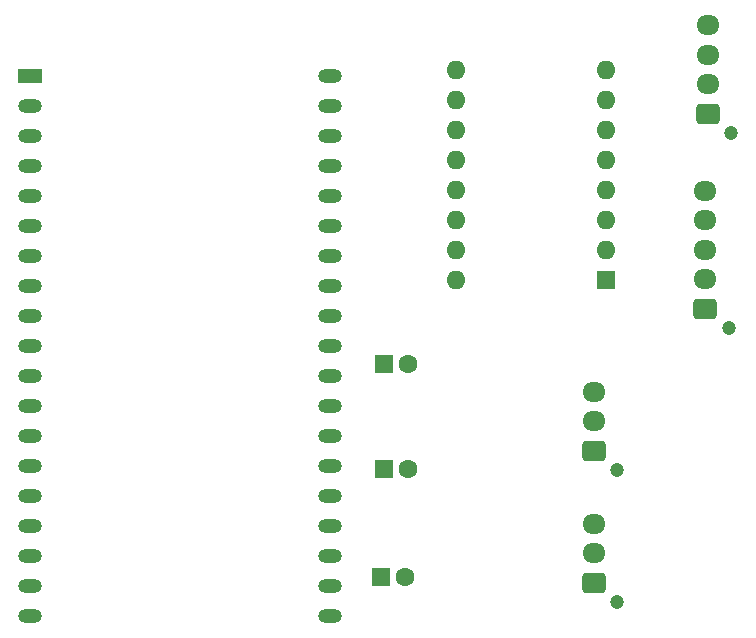
<source format=gbr>
%TF.GenerationSoftware,KiCad,Pcbnew,7.0.10*%
%TF.CreationDate,2024-01-30T21:32:49-08:00*%
%TF.ProjectId,pcb,7063622e-6b69-4636-9164-5f7063625858,rev?*%
%TF.SameCoordinates,Original*%
%TF.FileFunction,Soldermask,Bot*%
%TF.FilePolarity,Negative*%
%FSLAX46Y46*%
G04 Gerber Fmt 4.6, Leading zero omitted, Abs format (unit mm)*
G04 Created by KiCad (PCBNEW 7.0.10) date 2024-01-30 21:32:49*
%MOMM*%
%LPD*%
G01*
G04 APERTURE LIST*
G04 Aperture macros list*
%AMRoundRect*
0 Rectangle with rounded corners*
0 $1 Rounding radius*
0 $2 $3 $4 $5 $6 $7 $8 $9 X,Y pos of 4 corners*
0 Add a 4 corners polygon primitive as box body*
4,1,4,$2,$3,$4,$5,$6,$7,$8,$9,$2,$3,0*
0 Add four circle primitives for the rounded corners*
1,1,$1+$1,$2,$3*
1,1,$1+$1,$4,$5*
1,1,$1+$1,$6,$7*
1,1,$1+$1,$8,$9*
0 Add four rect primitives between the rounded corners*
20,1,$1+$1,$2,$3,$4,$5,0*
20,1,$1+$1,$4,$5,$6,$7,0*
20,1,$1+$1,$6,$7,$8,$9,0*
20,1,$1+$1,$8,$9,$2,$3,0*%
G04 Aperture macros list end*
%ADD10R,2.000000X1.200000*%
%ADD11O,2.000000X1.200000*%
%ADD12R,1.600000X1.600000*%
%ADD13C,1.600000*%
%ADD14C,1.200000*%
%ADD15RoundRect,0.250000X0.725000X-0.600000X0.725000X0.600000X-0.725000X0.600000X-0.725000X-0.600000X0*%
%ADD16O,1.950000X1.700000*%
%ADD17O,1.600000X1.600000*%
G04 APERTURE END LIST*
D10*
%TO.C,U1*%
X72390000Y-67818000D03*
D11*
X72390000Y-70358000D03*
X72390000Y-72898000D03*
X72390000Y-75438000D03*
X72390000Y-77978000D03*
X72390000Y-80518000D03*
X72390000Y-83058000D03*
X72390000Y-85598000D03*
X72390000Y-88138000D03*
X72390000Y-90678000D03*
X72390000Y-93218000D03*
X72390000Y-95758000D03*
X72390000Y-98298000D03*
X72390000Y-100838000D03*
X72390000Y-103378000D03*
X72390000Y-105918000D03*
X72390000Y-108458000D03*
X72390000Y-110998000D03*
X72390000Y-113538000D03*
X97786320Y-113535280D03*
X97786320Y-110995280D03*
X97790000Y-108458000D03*
X97790000Y-105918000D03*
X97790000Y-103378000D03*
X97790000Y-100838000D03*
X97790000Y-98298000D03*
X97790000Y-95758000D03*
X97790000Y-93218000D03*
X97790000Y-90678000D03*
X97790000Y-88138000D03*
X97790000Y-85598000D03*
X97790000Y-83058000D03*
X97790000Y-80518000D03*
X97790000Y-77978000D03*
X97790000Y-75438000D03*
X97790000Y-72898000D03*
X97790000Y-70358000D03*
X97790000Y-67818000D03*
%TD*%
D12*
%TO.C,C2*%
X102394000Y-101092000D03*
D13*
X104394000Y-101092000D03*
%TD*%
D12*
%TO.C,C3*%
X102140000Y-110236000D03*
D13*
X104140000Y-110236000D03*
%TD*%
D14*
%TO.C,J2*%
X131572000Y-89154000D03*
D15*
X129572000Y-87554000D03*
D16*
X129572000Y-85054000D03*
X129572000Y-82554000D03*
X129572000Y-80054000D03*
X129572000Y-77554000D03*
%TD*%
D12*
%TO.C,A1*%
X121158000Y-85090000D03*
D17*
X121158000Y-82550000D03*
X121158000Y-80010000D03*
X121158000Y-77470000D03*
X121158000Y-74930000D03*
X121158000Y-72390000D03*
X121158000Y-69850000D03*
X121158000Y-67310000D03*
X108458000Y-67310000D03*
X108458000Y-69850000D03*
X108458000Y-72390000D03*
X108458000Y-74930000D03*
X108458000Y-77470000D03*
X108458000Y-80010000D03*
X108458000Y-82550000D03*
X108458000Y-85090000D03*
%TD*%
D12*
%TO.C,C1*%
X102394000Y-92202000D03*
D13*
X104394000Y-92202000D03*
%TD*%
D14*
%TO.C,J1*%
X131777000Y-72660000D03*
D15*
X129777000Y-71060000D03*
D16*
X129777000Y-68560000D03*
X129777000Y-66060000D03*
X129777000Y-63560000D03*
%TD*%
D14*
%TO.C,J3*%
X122142000Y-101168000D03*
D15*
X120142000Y-99568000D03*
D16*
X120142000Y-97068000D03*
X120142000Y-94568000D03*
%TD*%
D14*
%TO.C,J4*%
X122142000Y-112344000D03*
D15*
X120142000Y-110744000D03*
D16*
X120142000Y-108244000D03*
X120142000Y-105744000D03*
%TD*%
M02*

</source>
